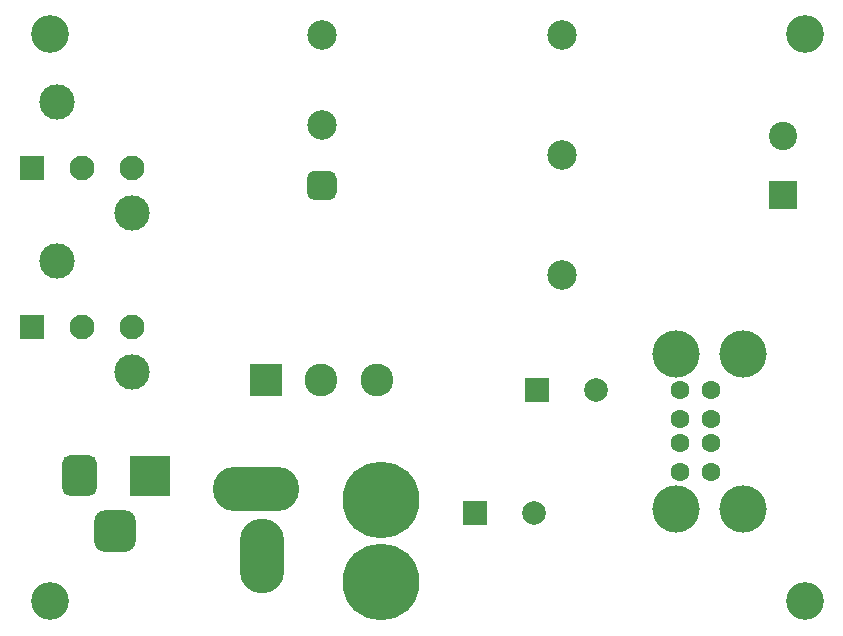
<source format=gbs>
G04 #@! TF.GenerationSoftware,KiCad,Pcbnew,(5.1.6)-1*
G04 #@! TF.CreationDate,2022-01-28T10:44:45+01:00*
G04 #@! TF.ProjectId,Supply_5V,53757070-6c79-45f3-9556-2e6b69636164,rev?*
G04 #@! TF.SameCoordinates,Original*
G04 #@! TF.FileFunction,Soldermask,Bot*
G04 #@! TF.FilePolarity,Negative*
%FSLAX46Y46*%
G04 Gerber Fmt 4.6, Leading zero omitted, Abs format (unit mm)*
G04 Created by KiCad (PCBNEW (5.1.6)-1) date 2022-01-28 10:44:45*
%MOMM*%
%LPD*%
G01*
G04 APERTURE LIST*
%ADD10C,2.500000*%
%ADD11C,3.200000*%
%ADD12C,1.600000*%
%ADD13C,4.000000*%
%ADD14C,2.775000*%
%ADD15R,2.775000X2.775000*%
%ADD16R,2.400000X2.400000*%
%ADD17C,2.400000*%
%ADD18R,3.500000X3.500000*%
%ADD19R,2.100000X2.100000*%
%ADD20C,2.100000*%
%ADD21C,3.000000*%
%ADD22C,6.500000*%
%ADD23R,2.000000X2.000000*%
%ADD24C,2.000000*%
%ADD25O,7.315200X3.759200*%
%ADD26O,3.759200X6.315200*%
G04 APERTURE END LIST*
G36*
G01*
X161355000Y-63160000D02*
X160105000Y-63160000D01*
G75*
G02*
X159480000Y-62535000I0J625000D01*
G01*
X159480000Y-61285000D01*
G75*
G02*
X160105000Y-60660000I625000J0D01*
G01*
X161355000Y-60660000D01*
G75*
G02*
X161980000Y-61285000I0J-625000D01*
G01*
X161980000Y-62535000D01*
G75*
G02*
X161355000Y-63160000I-625000J0D01*
G01*
G37*
D10*
X160730000Y-56830000D03*
X181050000Y-69530000D03*
X181050000Y-59370000D03*
X181050000Y-49210000D03*
X160730000Y-49210000D03*
D11*
X137750000Y-49070000D03*
X137750000Y-97090000D03*
X201610000Y-49070000D03*
X201610000Y-97090000D03*
D12*
X191100000Y-86210000D03*
X193720000Y-86210000D03*
X191100000Y-83710000D03*
X193720000Y-83710000D03*
X191100000Y-81710000D03*
X193720000Y-81710000D03*
X191100000Y-79210000D03*
X193720000Y-79210000D03*
D13*
X196430000Y-89280000D03*
X196430000Y-76140000D03*
X190750000Y-89280000D03*
X190750000Y-76140000D03*
D14*
X165390000Y-78360000D03*
X160690000Y-78360000D03*
D15*
X155990000Y-78360000D03*
D16*
X199790000Y-62720000D03*
D17*
X199790000Y-57720000D03*
D18*
X146220000Y-86470000D03*
G36*
G01*
X138720000Y-87470000D02*
X138720000Y-85470000D01*
G75*
G02*
X139470000Y-84720000I750000J0D01*
G01*
X140970000Y-84720000D01*
G75*
G02*
X141720000Y-85470000I0J-750000D01*
G01*
X141720000Y-87470000D01*
G75*
G02*
X140970000Y-88220000I-750000J0D01*
G01*
X139470000Y-88220000D01*
G75*
G02*
X138720000Y-87470000I0J750000D01*
G01*
G37*
G36*
G01*
X141470000Y-92045000D02*
X141470000Y-90295000D01*
G75*
G02*
X142345000Y-89420000I875000J0D01*
G01*
X144095000Y-89420000D01*
G75*
G02*
X144970000Y-90295000I0J-875000D01*
G01*
X144970000Y-92045000D01*
G75*
G02*
X144095000Y-92920000I-875000J0D01*
G01*
X142345000Y-92920000D01*
G75*
G02*
X141470000Y-92045000I0J875000D01*
G01*
G37*
D19*
X136240000Y-73880000D03*
D20*
X140440000Y-73880000D03*
X144640000Y-73880000D03*
D21*
X138340000Y-68330000D03*
X144640000Y-77730000D03*
D19*
X136240000Y-60400000D03*
D20*
X140440000Y-60400000D03*
X144640000Y-60400000D03*
D21*
X138340000Y-54850000D03*
X144640000Y-64250000D03*
D22*
X165770000Y-95520000D03*
X165770000Y-88570000D03*
D23*
X173710000Y-89620000D03*
D24*
X178710000Y-89620000D03*
D23*
X178940000Y-79250000D03*
D24*
X183940000Y-79250000D03*
D25*
X155200000Y-87570000D03*
D26*
X155636600Y-93270000D03*
M02*

</source>
